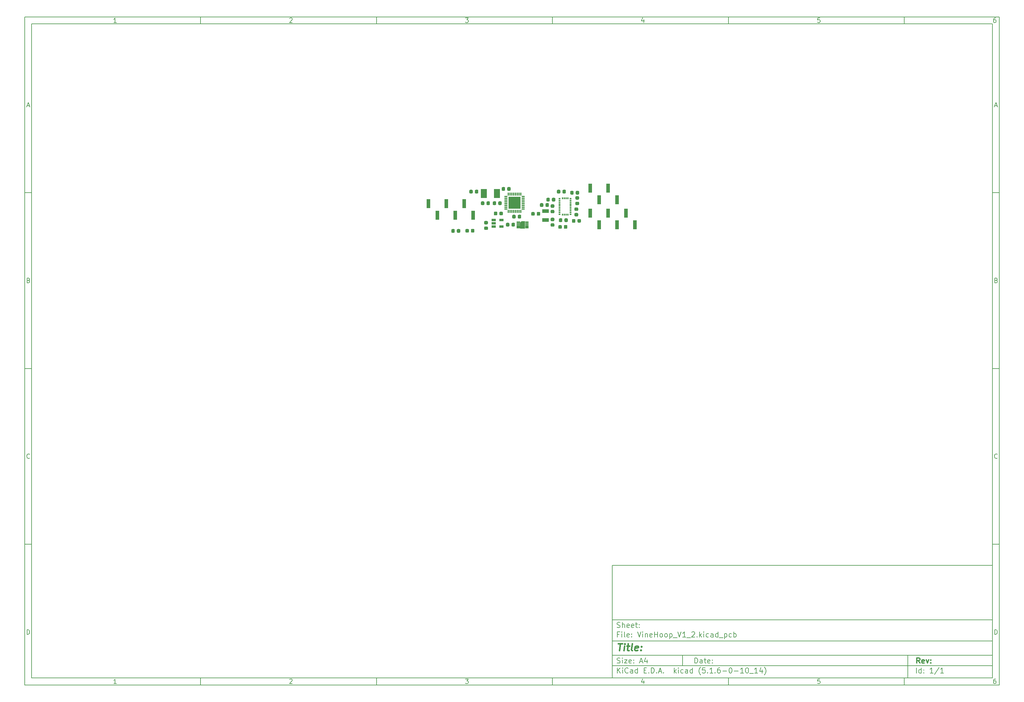
<source format=gts>
G04 #@! TF.GenerationSoftware,KiCad,Pcbnew,(5.1.6-0-10_14)*
G04 #@! TF.CreationDate,2020-07-22T23:19:56-07:00*
G04 #@! TF.ProjectId,VineHoop_V1_2,56696e65-486f-46f7-905f-56315f322e6b,rev?*
G04 #@! TF.SameCoordinates,Original*
G04 #@! TF.FileFunction,Soldermask,Top*
G04 #@! TF.FilePolarity,Negative*
%FSLAX46Y46*%
G04 Gerber Fmt 4.6, Leading zero omitted, Abs format (unit mm)*
G04 Created by KiCad (PCBNEW (5.1.6-0-10_14)) date 2020-07-22 23:19:56*
%MOMM*%
%LPD*%
G01*
G04 APERTURE LIST*
%ADD10C,0.100000*%
%ADD11C,0.150000*%
%ADD12C,0.300000*%
%ADD13C,0.400000*%
%ADD14C,0.010000*%
%ADD15C,0.001000*%
%ADD16R,1.101600X2.611600*%
%ADD17R,0.626600X0.401600*%
%ADD18R,0.401600X0.526600*%
%ADD19R,3.352800X3.352800*%
%ADD20R,0.914400X0.406400*%
%ADD21R,0.406400X0.914400*%
%ADD22R,1.161600X0.751600*%
%ADD23R,1.901600X1.101600*%
%ADD24R,1.801600X2.501600*%
%ADD25R,0.301600X1.101600*%
G04 APERTURE END LIST*
D10*
D11*
X177002200Y-166007200D02*
X177002200Y-198007200D01*
X285002200Y-198007200D01*
X285002200Y-166007200D01*
X177002200Y-166007200D01*
D10*
D11*
X10000000Y-10000000D02*
X10000000Y-200007200D01*
X287002200Y-200007200D01*
X287002200Y-10000000D01*
X10000000Y-10000000D01*
D10*
D11*
X12000000Y-12000000D02*
X12000000Y-198007200D01*
X285002200Y-198007200D01*
X285002200Y-12000000D01*
X12000000Y-12000000D01*
D10*
D11*
X60000000Y-12000000D02*
X60000000Y-10000000D01*
D10*
D11*
X110000000Y-12000000D02*
X110000000Y-10000000D01*
D10*
D11*
X160000000Y-12000000D02*
X160000000Y-10000000D01*
D10*
D11*
X210000000Y-12000000D02*
X210000000Y-10000000D01*
D10*
D11*
X260000000Y-12000000D02*
X260000000Y-10000000D01*
D10*
D11*
X36065476Y-11588095D02*
X35322619Y-11588095D01*
X35694047Y-11588095D02*
X35694047Y-10288095D01*
X35570238Y-10473809D01*
X35446428Y-10597619D01*
X35322619Y-10659523D01*
D10*
D11*
X85322619Y-10411904D02*
X85384523Y-10350000D01*
X85508333Y-10288095D01*
X85817857Y-10288095D01*
X85941666Y-10350000D01*
X86003571Y-10411904D01*
X86065476Y-10535714D01*
X86065476Y-10659523D01*
X86003571Y-10845238D01*
X85260714Y-11588095D01*
X86065476Y-11588095D01*
D10*
D11*
X135260714Y-10288095D02*
X136065476Y-10288095D01*
X135632142Y-10783333D01*
X135817857Y-10783333D01*
X135941666Y-10845238D01*
X136003571Y-10907142D01*
X136065476Y-11030952D01*
X136065476Y-11340476D01*
X136003571Y-11464285D01*
X135941666Y-11526190D01*
X135817857Y-11588095D01*
X135446428Y-11588095D01*
X135322619Y-11526190D01*
X135260714Y-11464285D01*
D10*
D11*
X185941666Y-10721428D02*
X185941666Y-11588095D01*
X185632142Y-10226190D02*
X185322619Y-11154761D01*
X186127380Y-11154761D01*
D10*
D11*
X236003571Y-10288095D02*
X235384523Y-10288095D01*
X235322619Y-10907142D01*
X235384523Y-10845238D01*
X235508333Y-10783333D01*
X235817857Y-10783333D01*
X235941666Y-10845238D01*
X236003571Y-10907142D01*
X236065476Y-11030952D01*
X236065476Y-11340476D01*
X236003571Y-11464285D01*
X235941666Y-11526190D01*
X235817857Y-11588095D01*
X235508333Y-11588095D01*
X235384523Y-11526190D01*
X235322619Y-11464285D01*
D10*
D11*
X285941666Y-10288095D02*
X285694047Y-10288095D01*
X285570238Y-10350000D01*
X285508333Y-10411904D01*
X285384523Y-10597619D01*
X285322619Y-10845238D01*
X285322619Y-11340476D01*
X285384523Y-11464285D01*
X285446428Y-11526190D01*
X285570238Y-11588095D01*
X285817857Y-11588095D01*
X285941666Y-11526190D01*
X286003571Y-11464285D01*
X286065476Y-11340476D01*
X286065476Y-11030952D01*
X286003571Y-10907142D01*
X285941666Y-10845238D01*
X285817857Y-10783333D01*
X285570238Y-10783333D01*
X285446428Y-10845238D01*
X285384523Y-10907142D01*
X285322619Y-11030952D01*
D10*
D11*
X60000000Y-198007200D02*
X60000000Y-200007200D01*
D10*
D11*
X110000000Y-198007200D02*
X110000000Y-200007200D01*
D10*
D11*
X160000000Y-198007200D02*
X160000000Y-200007200D01*
D10*
D11*
X210000000Y-198007200D02*
X210000000Y-200007200D01*
D10*
D11*
X260000000Y-198007200D02*
X260000000Y-200007200D01*
D10*
D11*
X36065476Y-199595295D02*
X35322619Y-199595295D01*
X35694047Y-199595295D02*
X35694047Y-198295295D01*
X35570238Y-198481009D01*
X35446428Y-198604819D01*
X35322619Y-198666723D01*
D10*
D11*
X85322619Y-198419104D02*
X85384523Y-198357200D01*
X85508333Y-198295295D01*
X85817857Y-198295295D01*
X85941666Y-198357200D01*
X86003571Y-198419104D01*
X86065476Y-198542914D01*
X86065476Y-198666723D01*
X86003571Y-198852438D01*
X85260714Y-199595295D01*
X86065476Y-199595295D01*
D10*
D11*
X135260714Y-198295295D02*
X136065476Y-198295295D01*
X135632142Y-198790533D01*
X135817857Y-198790533D01*
X135941666Y-198852438D01*
X136003571Y-198914342D01*
X136065476Y-199038152D01*
X136065476Y-199347676D01*
X136003571Y-199471485D01*
X135941666Y-199533390D01*
X135817857Y-199595295D01*
X135446428Y-199595295D01*
X135322619Y-199533390D01*
X135260714Y-199471485D01*
D10*
D11*
X185941666Y-198728628D02*
X185941666Y-199595295D01*
X185632142Y-198233390D02*
X185322619Y-199161961D01*
X186127380Y-199161961D01*
D10*
D11*
X236003571Y-198295295D02*
X235384523Y-198295295D01*
X235322619Y-198914342D01*
X235384523Y-198852438D01*
X235508333Y-198790533D01*
X235817857Y-198790533D01*
X235941666Y-198852438D01*
X236003571Y-198914342D01*
X236065476Y-199038152D01*
X236065476Y-199347676D01*
X236003571Y-199471485D01*
X235941666Y-199533390D01*
X235817857Y-199595295D01*
X235508333Y-199595295D01*
X235384523Y-199533390D01*
X235322619Y-199471485D01*
D10*
D11*
X285941666Y-198295295D02*
X285694047Y-198295295D01*
X285570238Y-198357200D01*
X285508333Y-198419104D01*
X285384523Y-198604819D01*
X285322619Y-198852438D01*
X285322619Y-199347676D01*
X285384523Y-199471485D01*
X285446428Y-199533390D01*
X285570238Y-199595295D01*
X285817857Y-199595295D01*
X285941666Y-199533390D01*
X286003571Y-199471485D01*
X286065476Y-199347676D01*
X286065476Y-199038152D01*
X286003571Y-198914342D01*
X285941666Y-198852438D01*
X285817857Y-198790533D01*
X285570238Y-198790533D01*
X285446428Y-198852438D01*
X285384523Y-198914342D01*
X285322619Y-199038152D01*
D10*
D11*
X10000000Y-60000000D02*
X12000000Y-60000000D01*
D10*
D11*
X10000000Y-110000000D02*
X12000000Y-110000000D01*
D10*
D11*
X10000000Y-160000000D02*
X12000000Y-160000000D01*
D10*
D11*
X10690476Y-35216666D02*
X11309523Y-35216666D01*
X10566666Y-35588095D02*
X11000000Y-34288095D01*
X11433333Y-35588095D01*
D10*
D11*
X11092857Y-84907142D02*
X11278571Y-84969047D01*
X11340476Y-85030952D01*
X11402380Y-85154761D01*
X11402380Y-85340476D01*
X11340476Y-85464285D01*
X11278571Y-85526190D01*
X11154761Y-85588095D01*
X10659523Y-85588095D01*
X10659523Y-84288095D01*
X11092857Y-84288095D01*
X11216666Y-84350000D01*
X11278571Y-84411904D01*
X11340476Y-84535714D01*
X11340476Y-84659523D01*
X11278571Y-84783333D01*
X11216666Y-84845238D01*
X11092857Y-84907142D01*
X10659523Y-84907142D01*
D10*
D11*
X11402380Y-135464285D02*
X11340476Y-135526190D01*
X11154761Y-135588095D01*
X11030952Y-135588095D01*
X10845238Y-135526190D01*
X10721428Y-135402380D01*
X10659523Y-135278571D01*
X10597619Y-135030952D01*
X10597619Y-134845238D01*
X10659523Y-134597619D01*
X10721428Y-134473809D01*
X10845238Y-134350000D01*
X11030952Y-134288095D01*
X11154761Y-134288095D01*
X11340476Y-134350000D01*
X11402380Y-134411904D01*
D10*
D11*
X10659523Y-185588095D02*
X10659523Y-184288095D01*
X10969047Y-184288095D01*
X11154761Y-184350000D01*
X11278571Y-184473809D01*
X11340476Y-184597619D01*
X11402380Y-184845238D01*
X11402380Y-185030952D01*
X11340476Y-185278571D01*
X11278571Y-185402380D01*
X11154761Y-185526190D01*
X10969047Y-185588095D01*
X10659523Y-185588095D01*
D10*
D11*
X287002200Y-60000000D02*
X285002200Y-60000000D01*
D10*
D11*
X287002200Y-110000000D02*
X285002200Y-110000000D01*
D10*
D11*
X287002200Y-160000000D02*
X285002200Y-160000000D01*
D10*
D11*
X285692676Y-35216666D02*
X286311723Y-35216666D01*
X285568866Y-35588095D02*
X286002200Y-34288095D01*
X286435533Y-35588095D01*
D10*
D11*
X286095057Y-84907142D02*
X286280771Y-84969047D01*
X286342676Y-85030952D01*
X286404580Y-85154761D01*
X286404580Y-85340476D01*
X286342676Y-85464285D01*
X286280771Y-85526190D01*
X286156961Y-85588095D01*
X285661723Y-85588095D01*
X285661723Y-84288095D01*
X286095057Y-84288095D01*
X286218866Y-84350000D01*
X286280771Y-84411904D01*
X286342676Y-84535714D01*
X286342676Y-84659523D01*
X286280771Y-84783333D01*
X286218866Y-84845238D01*
X286095057Y-84907142D01*
X285661723Y-84907142D01*
D10*
D11*
X286404580Y-135464285D02*
X286342676Y-135526190D01*
X286156961Y-135588095D01*
X286033152Y-135588095D01*
X285847438Y-135526190D01*
X285723628Y-135402380D01*
X285661723Y-135278571D01*
X285599819Y-135030952D01*
X285599819Y-134845238D01*
X285661723Y-134597619D01*
X285723628Y-134473809D01*
X285847438Y-134350000D01*
X286033152Y-134288095D01*
X286156961Y-134288095D01*
X286342676Y-134350000D01*
X286404580Y-134411904D01*
D10*
D11*
X285661723Y-185588095D02*
X285661723Y-184288095D01*
X285971247Y-184288095D01*
X286156961Y-184350000D01*
X286280771Y-184473809D01*
X286342676Y-184597619D01*
X286404580Y-184845238D01*
X286404580Y-185030952D01*
X286342676Y-185278571D01*
X286280771Y-185402380D01*
X286156961Y-185526190D01*
X285971247Y-185588095D01*
X285661723Y-185588095D01*
D10*
D11*
X200434342Y-193785771D02*
X200434342Y-192285771D01*
X200791485Y-192285771D01*
X201005771Y-192357200D01*
X201148628Y-192500057D01*
X201220057Y-192642914D01*
X201291485Y-192928628D01*
X201291485Y-193142914D01*
X201220057Y-193428628D01*
X201148628Y-193571485D01*
X201005771Y-193714342D01*
X200791485Y-193785771D01*
X200434342Y-193785771D01*
X202577200Y-193785771D02*
X202577200Y-193000057D01*
X202505771Y-192857200D01*
X202362914Y-192785771D01*
X202077200Y-192785771D01*
X201934342Y-192857200D01*
X202577200Y-193714342D02*
X202434342Y-193785771D01*
X202077200Y-193785771D01*
X201934342Y-193714342D01*
X201862914Y-193571485D01*
X201862914Y-193428628D01*
X201934342Y-193285771D01*
X202077200Y-193214342D01*
X202434342Y-193214342D01*
X202577200Y-193142914D01*
X203077200Y-192785771D02*
X203648628Y-192785771D01*
X203291485Y-192285771D02*
X203291485Y-193571485D01*
X203362914Y-193714342D01*
X203505771Y-193785771D01*
X203648628Y-193785771D01*
X204720057Y-193714342D02*
X204577200Y-193785771D01*
X204291485Y-193785771D01*
X204148628Y-193714342D01*
X204077200Y-193571485D01*
X204077200Y-193000057D01*
X204148628Y-192857200D01*
X204291485Y-192785771D01*
X204577200Y-192785771D01*
X204720057Y-192857200D01*
X204791485Y-193000057D01*
X204791485Y-193142914D01*
X204077200Y-193285771D01*
X205434342Y-193642914D02*
X205505771Y-193714342D01*
X205434342Y-193785771D01*
X205362914Y-193714342D01*
X205434342Y-193642914D01*
X205434342Y-193785771D01*
X205434342Y-192857200D02*
X205505771Y-192928628D01*
X205434342Y-193000057D01*
X205362914Y-192928628D01*
X205434342Y-192857200D01*
X205434342Y-193000057D01*
D10*
D11*
X177002200Y-194507200D02*
X285002200Y-194507200D01*
D10*
D11*
X178434342Y-196585771D02*
X178434342Y-195085771D01*
X179291485Y-196585771D02*
X178648628Y-195728628D01*
X179291485Y-195085771D02*
X178434342Y-195942914D01*
X179934342Y-196585771D02*
X179934342Y-195585771D01*
X179934342Y-195085771D02*
X179862914Y-195157200D01*
X179934342Y-195228628D01*
X180005771Y-195157200D01*
X179934342Y-195085771D01*
X179934342Y-195228628D01*
X181505771Y-196442914D02*
X181434342Y-196514342D01*
X181220057Y-196585771D01*
X181077200Y-196585771D01*
X180862914Y-196514342D01*
X180720057Y-196371485D01*
X180648628Y-196228628D01*
X180577200Y-195942914D01*
X180577200Y-195728628D01*
X180648628Y-195442914D01*
X180720057Y-195300057D01*
X180862914Y-195157200D01*
X181077200Y-195085771D01*
X181220057Y-195085771D01*
X181434342Y-195157200D01*
X181505771Y-195228628D01*
X182791485Y-196585771D02*
X182791485Y-195800057D01*
X182720057Y-195657200D01*
X182577200Y-195585771D01*
X182291485Y-195585771D01*
X182148628Y-195657200D01*
X182791485Y-196514342D02*
X182648628Y-196585771D01*
X182291485Y-196585771D01*
X182148628Y-196514342D01*
X182077200Y-196371485D01*
X182077200Y-196228628D01*
X182148628Y-196085771D01*
X182291485Y-196014342D01*
X182648628Y-196014342D01*
X182791485Y-195942914D01*
X184148628Y-196585771D02*
X184148628Y-195085771D01*
X184148628Y-196514342D02*
X184005771Y-196585771D01*
X183720057Y-196585771D01*
X183577200Y-196514342D01*
X183505771Y-196442914D01*
X183434342Y-196300057D01*
X183434342Y-195871485D01*
X183505771Y-195728628D01*
X183577200Y-195657200D01*
X183720057Y-195585771D01*
X184005771Y-195585771D01*
X184148628Y-195657200D01*
X186005771Y-195800057D02*
X186505771Y-195800057D01*
X186720057Y-196585771D02*
X186005771Y-196585771D01*
X186005771Y-195085771D01*
X186720057Y-195085771D01*
X187362914Y-196442914D02*
X187434342Y-196514342D01*
X187362914Y-196585771D01*
X187291485Y-196514342D01*
X187362914Y-196442914D01*
X187362914Y-196585771D01*
X188077200Y-196585771D02*
X188077200Y-195085771D01*
X188434342Y-195085771D01*
X188648628Y-195157200D01*
X188791485Y-195300057D01*
X188862914Y-195442914D01*
X188934342Y-195728628D01*
X188934342Y-195942914D01*
X188862914Y-196228628D01*
X188791485Y-196371485D01*
X188648628Y-196514342D01*
X188434342Y-196585771D01*
X188077200Y-196585771D01*
X189577200Y-196442914D02*
X189648628Y-196514342D01*
X189577200Y-196585771D01*
X189505771Y-196514342D01*
X189577200Y-196442914D01*
X189577200Y-196585771D01*
X190220057Y-196157200D02*
X190934342Y-196157200D01*
X190077200Y-196585771D02*
X190577200Y-195085771D01*
X191077200Y-196585771D01*
X191577200Y-196442914D02*
X191648628Y-196514342D01*
X191577200Y-196585771D01*
X191505771Y-196514342D01*
X191577200Y-196442914D01*
X191577200Y-196585771D01*
X194577200Y-196585771D02*
X194577200Y-195085771D01*
X194720057Y-196014342D02*
X195148628Y-196585771D01*
X195148628Y-195585771D02*
X194577200Y-196157200D01*
X195791485Y-196585771D02*
X195791485Y-195585771D01*
X195791485Y-195085771D02*
X195720057Y-195157200D01*
X195791485Y-195228628D01*
X195862914Y-195157200D01*
X195791485Y-195085771D01*
X195791485Y-195228628D01*
X197148628Y-196514342D02*
X197005771Y-196585771D01*
X196720057Y-196585771D01*
X196577200Y-196514342D01*
X196505771Y-196442914D01*
X196434342Y-196300057D01*
X196434342Y-195871485D01*
X196505771Y-195728628D01*
X196577200Y-195657200D01*
X196720057Y-195585771D01*
X197005771Y-195585771D01*
X197148628Y-195657200D01*
X198434342Y-196585771D02*
X198434342Y-195800057D01*
X198362914Y-195657200D01*
X198220057Y-195585771D01*
X197934342Y-195585771D01*
X197791485Y-195657200D01*
X198434342Y-196514342D02*
X198291485Y-196585771D01*
X197934342Y-196585771D01*
X197791485Y-196514342D01*
X197720057Y-196371485D01*
X197720057Y-196228628D01*
X197791485Y-196085771D01*
X197934342Y-196014342D01*
X198291485Y-196014342D01*
X198434342Y-195942914D01*
X199791485Y-196585771D02*
X199791485Y-195085771D01*
X199791485Y-196514342D02*
X199648628Y-196585771D01*
X199362914Y-196585771D01*
X199220057Y-196514342D01*
X199148628Y-196442914D01*
X199077200Y-196300057D01*
X199077200Y-195871485D01*
X199148628Y-195728628D01*
X199220057Y-195657200D01*
X199362914Y-195585771D01*
X199648628Y-195585771D01*
X199791485Y-195657200D01*
X202077200Y-197157200D02*
X202005771Y-197085771D01*
X201862914Y-196871485D01*
X201791485Y-196728628D01*
X201720057Y-196514342D01*
X201648628Y-196157200D01*
X201648628Y-195871485D01*
X201720057Y-195514342D01*
X201791485Y-195300057D01*
X201862914Y-195157200D01*
X202005771Y-194942914D01*
X202077200Y-194871485D01*
X203362914Y-195085771D02*
X202648628Y-195085771D01*
X202577200Y-195800057D01*
X202648628Y-195728628D01*
X202791485Y-195657200D01*
X203148628Y-195657200D01*
X203291485Y-195728628D01*
X203362914Y-195800057D01*
X203434342Y-195942914D01*
X203434342Y-196300057D01*
X203362914Y-196442914D01*
X203291485Y-196514342D01*
X203148628Y-196585771D01*
X202791485Y-196585771D01*
X202648628Y-196514342D01*
X202577200Y-196442914D01*
X204077200Y-196442914D02*
X204148628Y-196514342D01*
X204077200Y-196585771D01*
X204005771Y-196514342D01*
X204077200Y-196442914D01*
X204077200Y-196585771D01*
X205577200Y-196585771D02*
X204720057Y-196585771D01*
X205148628Y-196585771D02*
X205148628Y-195085771D01*
X205005771Y-195300057D01*
X204862914Y-195442914D01*
X204720057Y-195514342D01*
X206220057Y-196442914D02*
X206291485Y-196514342D01*
X206220057Y-196585771D01*
X206148628Y-196514342D01*
X206220057Y-196442914D01*
X206220057Y-196585771D01*
X207577200Y-195085771D02*
X207291485Y-195085771D01*
X207148628Y-195157200D01*
X207077200Y-195228628D01*
X206934342Y-195442914D01*
X206862914Y-195728628D01*
X206862914Y-196300057D01*
X206934342Y-196442914D01*
X207005771Y-196514342D01*
X207148628Y-196585771D01*
X207434342Y-196585771D01*
X207577200Y-196514342D01*
X207648628Y-196442914D01*
X207720057Y-196300057D01*
X207720057Y-195942914D01*
X207648628Y-195800057D01*
X207577200Y-195728628D01*
X207434342Y-195657200D01*
X207148628Y-195657200D01*
X207005771Y-195728628D01*
X206934342Y-195800057D01*
X206862914Y-195942914D01*
X208362914Y-196014342D02*
X209505771Y-196014342D01*
X210505771Y-195085771D02*
X210648628Y-195085771D01*
X210791485Y-195157200D01*
X210862914Y-195228628D01*
X210934342Y-195371485D01*
X211005771Y-195657200D01*
X211005771Y-196014342D01*
X210934342Y-196300057D01*
X210862914Y-196442914D01*
X210791485Y-196514342D01*
X210648628Y-196585771D01*
X210505771Y-196585771D01*
X210362914Y-196514342D01*
X210291485Y-196442914D01*
X210220057Y-196300057D01*
X210148628Y-196014342D01*
X210148628Y-195657200D01*
X210220057Y-195371485D01*
X210291485Y-195228628D01*
X210362914Y-195157200D01*
X210505771Y-195085771D01*
X211648628Y-196014342D02*
X212791485Y-196014342D01*
X214291485Y-196585771D02*
X213434342Y-196585771D01*
X213862914Y-196585771D02*
X213862914Y-195085771D01*
X213720057Y-195300057D01*
X213577200Y-195442914D01*
X213434342Y-195514342D01*
X215220057Y-195085771D02*
X215362914Y-195085771D01*
X215505771Y-195157200D01*
X215577200Y-195228628D01*
X215648628Y-195371485D01*
X215720057Y-195657200D01*
X215720057Y-196014342D01*
X215648628Y-196300057D01*
X215577200Y-196442914D01*
X215505771Y-196514342D01*
X215362914Y-196585771D01*
X215220057Y-196585771D01*
X215077200Y-196514342D01*
X215005771Y-196442914D01*
X214934342Y-196300057D01*
X214862914Y-196014342D01*
X214862914Y-195657200D01*
X214934342Y-195371485D01*
X215005771Y-195228628D01*
X215077200Y-195157200D01*
X215220057Y-195085771D01*
X216005771Y-196728628D02*
X217148628Y-196728628D01*
X218291485Y-196585771D02*
X217434342Y-196585771D01*
X217862914Y-196585771D02*
X217862914Y-195085771D01*
X217720057Y-195300057D01*
X217577200Y-195442914D01*
X217434342Y-195514342D01*
X219577200Y-195585771D02*
X219577200Y-196585771D01*
X219220057Y-195014342D02*
X218862914Y-196085771D01*
X219791485Y-196085771D01*
X220220057Y-197157200D02*
X220291485Y-197085771D01*
X220434342Y-196871485D01*
X220505771Y-196728628D01*
X220577200Y-196514342D01*
X220648628Y-196157200D01*
X220648628Y-195871485D01*
X220577200Y-195514342D01*
X220505771Y-195300057D01*
X220434342Y-195157200D01*
X220291485Y-194942914D01*
X220220057Y-194871485D01*
D10*
D11*
X177002200Y-191507200D02*
X285002200Y-191507200D01*
D10*
D12*
X264411485Y-193785771D02*
X263911485Y-193071485D01*
X263554342Y-193785771D02*
X263554342Y-192285771D01*
X264125771Y-192285771D01*
X264268628Y-192357200D01*
X264340057Y-192428628D01*
X264411485Y-192571485D01*
X264411485Y-192785771D01*
X264340057Y-192928628D01*
X264268628Y-193000057D01*
X264125771Y-193071485D01*
X263554342Y-193071485D01*
X265625771Y-193714342D02*
X265482914Y-193785771D01*
X265197200Y-193785771D01*
X265054342Y-193714342D01*
X264982914Y-193571485D01*
X264982914Y-193000057D01*
X265054342Y-192857200D01*
X265197200Y-192785771D01*
X265482914Y-192785771D01*
X265625771Y-192857200D01*
X265697200Y-193000057D01*
X265697200Y-193142914D01*
X264982914Y-193285771D01*
X266197200Y-192785771D02*
X266554342Y-193785771D01*
X266911485Y-192785771D01*
X267482914Y-193642914D02*
X267554342Y-193714342D01*
X267482914Y-193785771D01*
X267411485Y-193714342D01*
X267482914Y-193642914D01*
X267482914Y-193785771D01*
X267482914Y-192857200D02*
X267554342Y-192928628D01*
X267482914Y-193000057D01*
X267411485Y-192928628D01*
X267482914Y-192857200D01*
X267482914Y-193000057D01*
D10*
D11*
X178362914Y-193714342D02*
X178577200Y-193785771D01*
X178934342Y-193785771D01*
X179077200Y-193714342D01*
X179148628Y-193642914D01*
X179220057Y-193500057D01*
X179220057Y-193357200D01*
X179148628Y-193214342D01*
X179077200Y-193142914D01*
X178934342Y-193071485D01*
X178648628Y-193000057D01*
X178505771Y-192928628D01*
X178434342Y-192857200D01*
X178362914Y-192714342D01*
X178362914Y-192571485D01*
X178434342Y-192428628D01*
X178505771Y-192357200D01*
X178648628Y-192285771D01*
X179005771Y-192285771D01*
X179220057Y-192357200D01*
X179862914Y-193785771D02*
X179862914Y-192785771D01*
X179862914Y-192285771D02*
X179791485Y-192357200D01*
X179862914Y-192428628D01*
X179934342Y-192357200D01*
X179862914Y-192285771D01*
X179862914Y-192428628D01*
X180434342Y-192785771D02*
X181220057Y-192785771D01*
X180434342Y-193785771D01*
X181220057Y-193785771D01*
X182362914Y-193714342D02*
X182220057Y-193785771D01*
X181934342Y-193785771D01*
X181791485Y-193714342D01*
X181720057Y-193571485D01*
X181720057Y-193000057D01*
X181791485Y-192857200D01*
X181934342Y-192785771D01*
X182220057Y-192785771D01*
X182362914Y-192857200D01*
X182434342Y-193000057D01*
X182434342Y-193142914D01*
X181720057Y-193285771D01*
X183077200Y-193642914D02*
X183148628Y-193714342D01*
X183077200Y-193785771D01*
X183005771Y-193714342D01*
X183077200Y-193642914D01*
X183077200Y-193785771D01*
X183077200Y-192857200D02*
X183148628Y-192928628D01*
X183077200Y-193000057D01*
X183005771Y-192928628D01*
X183077200Y-192857200D01*
X183077200Y-193000057D01*
X184862914Y-193357200D02*
X185577200Y-193357200D01*
X184720057Y-193785771D02*
X185220057Y-192285771D01*
X185720057Y-193785771D01*
X186862914Y-192785771D02*
X186862914Y-193785771D01*
X186505771Y-192214342D02*
X186148628Y-193285771D01*
X187077200Y-193285771D01*
D10*
D11*
X263434342Y-196585771D02*
X263434342Y-195085771D01*
X264791485Y-196585771D02*
X264791485Y-195085771D01*
X264791485Y-196514342D02*
X264648628Y-196585771D01*
X264362914Y-196585771D01*
X264220057Y-196514342D01*
X264148628Y-196442914D01*
X264077200Y-196300057D01*
X264077200Y-195871485D01*
X264148628Y-195728628D01*
X264220057Y-195657200D01*
X264362914Y-195585771D01*
X264648628Y-195585771D01*
X264791485Y-195657200D01*
X265505771Y-196442914D02*
X265577200Y-196514342D01*
X265505771Y-196585771D01*
X265434342Y-196514342D01*
X265505771Y-196442914D01*
X265505771Y-196585771D01*
X265505771Y-195657200D02*
X265577200Y-195728628D01*
X265505771Y-195800057D01*
X265434342Y-195728628D01*
X265505771Y-195657200D01*
X265505771Y-195800057D01*
X268148628Y-196585771D02*
X267291485Y-196585771D01*
X267720057Y-196585771D02*
X267720057Y-195085771D01*
X267577200Y-195300057D01*
X267434342Y-195442914D01*
X267291485Y-195514342D01*
X269862914Y-195014342D02*
X268577200Y-196942914D01*
X271148628Y-196585771D02*
X270291485Y-196585771D01*
X270720057Y-196585771D02*
X270720057Y-195085771D01*
X270577200Y-195300057D01*
X270434342Y-195442914D01*
X270291485Y-195514342D01*
D10*
D11*
X177002200Y-187507200D02*
X285002200Y-187507200D01*
D10*
D13*
X178714580Y-188211961D02*
X179857438Y-188211961D01*
X179036009Y-190211961D02*
X179286009Y-188211961D01*
X180274104Y-190211961D02*
X180440771Y-188878628D01*
X180524104Y-188211961D02*
X180416961Y-188307200D01*
X180500295Y-188402438D01*
X180607438Y-188307200D01*
X180524104Y-188211961D01*
X180500295Y-188402438D01*
X181107438Y-188878628D02*
X181869342Y-188878628D01*
X181476485Y-188211961D02*
X181262200Y-189926247D01*
X181333628Y-190116723D01*
X181512200Y-190211961D01*
X181702676Y-190211961D01*
X182655057Y-190211961D02*
X182476485Y-190116723D01*
X182405057Y-189926247D01*
X182619342Y-188211961D01*
X184190771Y-190116723D02*
X183988390Y-190211961D01*
X183607438Y-190211961D01*
X183428866Y-190116723D01*
X183357438Y-189926247D01*
X183452676Y-189164342D01*
X183571723Y-188973866D01*
X183774104Y-188878628D01*
X184155057Y-188878628D01*
X184333628Y-188973866D01*
X184405057Y-189164342D01*
X184381247Y-189354819D01*
X183405057Y-189545295D01*
X185155057Y-190021485D02*
X185238390Y-190116723D01*
X185131247Y-190211961D01*
X185047914Y-190116723D01*
X185155057Y-190021485D01*
X185131247Y-190211961D01*
X185286009Y-188973866D02*
X185369342Y-189069104D01*
X185262200Y-189164342D01*
X185178866Y-189069104D01*
X185286009Y-188973866D01*
X185262200Y-189164342D01*
D10*
D11*
X178934342Y-185600057D02*
X178434342Y-185600057D01*
X178434342Y-186385771D02*
X178434342Y-184885771D01*
X179148628Y-184885771D01*
X179720057Y-186385771D02*
X179720057Y-185385771D01*
X179720057Y-184885771D02*
X179648628Y-184957200D01*
X179720057Y-185028628D01*
X179791485Y-184957200D01*
X179720057Y-184885771D01*
X179720057Y-185028628D01*
X180648628Y-186385771D02*
X180505771Y-186314342D01*
X180434342Y-186171485D01*
X180434342Y-184885771D01*
X181791485Y-186314342D02*
X181648628Y-186385771D01*
X181362914Y-186385771D01*
X181220057Y-186314342D01*
X181148628Y-186171485D01*
X181148628Y-185600057D01*
X181220057Y-185457200D01*
X181362914Y-185385771D01*
X181648628Y-185385771D01*
X181791485Y-185457200D01*
X181862914Y-185600057D01*
X181862914Y-185742914D01*
X181148628Y-185885771D01*
X182505771Y-186242914D02*
X182577200Y-186314342D01*
X182505771Y-186385771D01*
X182434342Y-186314342D01*
X182505771Y-186242914D01*
X182505771Y-186385771D01*
X182505771Y-185457200D02*
X182577200Y-185528628D01*
X182505771Y-185600057D01*
X182434342Y-185528628D01*
X182505771Y-185457200D01*
X182505771Y-185600057D01*
X184148628Y-184885771D02*
X184648628Y-186385771D01*
X185148628Y-184885771D01*
X185648628Y-186385771D02*
X185648628Y-185385771D01*
X185648628Y-184885771D02*
X185577200Y-184957200D01*
X185648628Y-185028628D01*
X185720057Y-184957200D01*
X185648628Y-184885771D01*
X185648628Y-185028628D01*
X186362914Y-185385771D02*
X186362914Y-186385771D01*
X186362914Y-185528628D02*
X186434342Y-185457200D01*
X186577200Y-185385771D01*
X186791485Y-185385771D01*
X186934342Y-185457200D01*
X187005771Y-185600057D01*
X187005771Y-186385771D01*
X188291485Y-186314342D02*
X188148628Y-186385771D01*
X187862914Y-186385771D01*
X187720057Y-186314342D01*
X187648628Y-186171485D01*
X187648628Y-185600057D01*
X187720057Y-185457200D01*
X187862914Y-185385771D01*
X188148628Y-185385771D01*
X188291485Y-185457200D01*
X188362914Y-185600057D01*
X188362914Y-185742914D01*
X187648628Y-185885771D01*
X189005771Y-186385771D02*
X189005771Y-184885771D01*
X189005771Y-185600057D02*
X189862914Y-185600057D01*
X189862914Y-186385771D02*
X189862914Y-184885771D01*
X190791485Y-186385771D02*
X190648628Y-186314342D01*
X190577200Y-186242914D01*
X190505771Y-186100057D01*
X190505771Y-185671485D01*
X190577200Y-185528628D01*
X190648628Y-185457200D01*
X190791485Y-185385771D01*
X191005771Y-185385771D01*
X191148628Y-185457200D01*
X191220057Y-185528628D01*
X191291485Y-185671485D01*
X191291485Y-186100057D01*
X191220057Y-186242914D01*
X191148628Y-186314342D01*
X191005771Y-186385771D01*
X190791485Y-186385771D01*
X192148628Y-186385771D02*
X192005771Y-186314342D01*
X191934342Y-186242914D01*
X191862914Y-186100057D01*
X191862914Y-185671485D01*
X191934342Y-185528628D01*
X192005771Y-185457200D01*
X192148628Y-185385771D01*
X192362914Y-185385771D01*
X192505771Y-185457200D01*
X192577200Y-185528628D01*
X192648628Y-185671485D01*
X192648628Y-186100057D01*
X192577200Y-186242914D01*
X192505771Y-186314342D01*
X192362914Y-186385771D01*
X192148628Y-186385771D01*
X193291485Y-185385771D02*
X193291485Y-186885771D01*
X193291485Y-185457200D02*
X193434342Y-185385771D01*
X193720057Y-185385771D01*
X193862914Y-185457200D01*
X193934342Y-185528628D01*
X194005771Y-185671485D01*
X194005771Y-186100057D01*
X193934342Y-186242914D01*
X193862914Y-186314342D01*
X193720057Y-186385771D01*
X193434342Y-186385771D01*
X193291485Y-186314342D01*
X194291485Y-186528628D02*
X195434342Y-186528628D01*
X195577200Y-184885771D02*
X196077200Y-186385771D01*
X196577200Y-184885771D01*
X197862914Y-186385771D02*
X197005771Y-186385771D01*
X197434342Y-186385771D02*
X197434342Y-184885771D01*
X197291485Y-185100057D01*
X197148628Y-185242914D01*
X197005771Y-185314342D01*
X198148628Y-186528628D02*
X199291485Y-186528628D01*
X199577200Y-185028628D02*
X199648628Y-184957200D01*
X199791485Y-184885771D01*
X200148628Y-184885771D01*
X200291485Y-184957200D01*
X200362914Y-185028628D01*
X200434342Y-185171485D01*
X200434342Y-185314342D01*
X200362914Y-185528628D01*
X199505771Y-186385771D01*
X200434342Y-186385771D01*
X201077200Y-186242914D02*
X201148628Y-186314342D01*
X201077200Y-186385771D01*
X201005771Y-186314342D01*
X201077200Y-186242914D01*
X201077200Y-186385771D01*
X201791485Y-186385771D02*
X201791485Y-184885771D01*
X201934342Y-185814342D02*
X202362914Y-186385771D01*
X202362914Y-185385771D02*
X201791485Y-185957200D01*
X203005771Y-186385771D02*
X203005771Y-185385771D01*
X203005771Y-184885771D02*
X202934342Y-184957200D01*
X203005771Y-185028628D01*
X203077200Y-184957200D01*
X203005771Y-184885771D01*
X203005771Y-185028628D01*
X204362914Y-186314342D02*
X204220057Y-186385771D01*
X203934342Y-186385771D01*
X203791485Y-186314342D01*
X203720057Y-186242914D01*
X203648628Y-186100057D01*
X203648628Y-185671485D01*
X203720057Y-185528628D01*
X203791485Y-185457200D01*
X203934342Y-185385771D01*
X204220057Y-185385771D01*
X204362914Y-185457200D01*
X205648628Y-186385771D02*
X205648628Y-185600057D01*
X205577200Y-185457200D01*
X205434342Y-185385771D01*
X205148628Y-185385771D01*
X205005771Y-185457200D01*
X205648628Y-186314342D02*
X205505771Y-186385771D01*
X205148628Y-186385771D01*
X205005771Y-186314342D01*
X204934342Y-186171485D01*
X204934342Y-186028628D01*
X205005771Y-185885771D01*
X205148628Y-185814342D01*
X205505771Y-185814342D01*
X205648628Y-185742914D01*
X207005771Y-186385771D02*
X207005771Y-184885771D01*
X207005771Y-186314342D02*
X206862914Y-186385771D01*
X206577200Y-186385771D01*
X206434342Y-186314342D01*
X206362914Y-186242914D01*
X206291485Y-186100057D01*
X206291485Y-185671485D01*
X206362914Y-185528628D01*
X206434342Y-185457200D01*
X206577200Y-185385771D01*
X206862914Y-185385771D01*
X207005771Y-185457200D01*
X207362914Y-186528628D02*
X208505771Y-186528628D01*
X208862914Y-185385771D02*
X208862914Y-186885771D01*
X208862914Y-185457200D02*
X209005771Y-185385771D01*
X209291485Y-185385771D01*
X209434342Y-185457200D01*
X209505771Y-185528628D01*
X209577200Y-185671485D01*
X209577200Y-186100057D01*
X209505771Y-186242914D01*
X209434342Y-186314342D01*
X209291485Y-186385771D01*
X209005771Y-186385771D01*
X208862914Y-186314342D01*
X210862914Y-186314342D02*
X210720057Y-186385771D01*
X210434342Y-186385771D01*
X210291485Y-186314342D01*
X210220057Y-186242914D01*
X210148628Y-186100057D01*
X210148628Y-185671485D01*
X210220057Y-185528628D01*
X210291485Y-185457200D01*
X210434342Y-185385771D01*
X210720057Y-185385771D01*
X210862914Y-185457200D01*
X211505771Y-186385771D02*
X211505771Y-184885771D01*
X211505771Y-185457200D02*
X211648628Y-185385771D01*
X211934342Y-185385771D01*
X212077200Y-185457200D01*
X212148628Y-185528628D01*
X212220057Y-185671485D01*
X212220057Y-186100057D01*
X212148628Y-186242914D01*
X212077200Y-186314342D01*
X211934342Y-186385771D01*
X211648628Y-186385771D01*
X211505771Y-186314342D01*
D10*
D11*
X177002200Y-181507200D02*
X285002200Y-181507200D01*
D10*
D11*
X178362914Y-183614342D02*
X178577200Y-183685771D01*
X178934342Y-183685771D01*
X179077200Y-183614342D01*
X179148628Y-183542914D01*
X179220057Y-183400057D01*
X179220057Y-183257200D01*
X179148628Y-183114342D01*
X179077200Y-183042914D01*
X178934342Y-182971485D01*
X178648628Y-182900057D01*
X178505771Y-182828628D01*
X178434342Y-182757200D01*
X178362914Y-182614342D01*
X178362914Y-182471485D01*
X178434342Y-182328628D01*
X178505771Y-182257200D01*
X178648628Y-182185771D01*
X179005771Y-182185771D01*
X179220057Y-182257200D01*
X179862914Y-183685771D02*
X179862914Y-182185771D01*
X180505771Y-183685771D02*
X180505771Y-182900057D01*
X180434342Y-182757200D01*
X180291485Y-182685771D01*
X180077200Y-182685771D01*
X179934342Y-182757200D01*
X179862914Y-182828628D01*
X181791485Y-183614342D02*
X181648628Y-183685771D01*
X181362914Y-183685771D01*
X181220057Y-183614342D01*
X181148628Y-183471485D01*
X181148628Y-182900057D01*
X181220057Y-182757200D01*
X181362914Y-182685771D01*
X181648628Y-182685771D01*
X181791485Y-182757200D01*
X181862914Y-182900057D01*
X181862914Y-183042914D01*
X181148628Y-183185771D01*
X183077200Y-183614342D02*
X182934342Y-183685771D01*
X182648628Y-183685771D01*
X182505771Y-183614342D01*
X182434342Y-183471485D01*
X182434342Y-182900057D01*
X182505771Y-182757200D01*
X182648628Y-182685771D01*
X182934342Y-182685771D01*
X183077200Y-182757200D01*
X183148628Y-182900057D01*
X183148628Y-183042914D01*
X182434342Y-183185771D01*
X183577200Y-182685771D02*
X184148628Y-182685771D01*
X183791485Y-182185771D02*
X183791485Y-183471485D01*
X183862914Y-183614342D01*
X184005771Y-183685771D01*
X184148628Y-183685771D01*
X184648628Y-183542914D02*
X184720057Y-183614342D01*
X184648628Y-183685771D01*
X184577200Y-183614342D01*
X184648628Y-183542914D01*
X184648628Y-183685771D01*
X184648628Y-182757200D02*
X184720057Y-182828628D01*
X184648628Y-182900057D01*
X184577200Y-182828628D01*
X184648628Y-182757200D01*
X184648628Y-182900057D01*
D10*
D11*
X197002200Y-191507200D02*
X197002200Y-194507200D01*
D10*
D11*
X261002200Y-191507200D02*
X261002200Y-198007200D01*
D14*
G36*
X152226826Y-69665000D02*
G01*
X153126000Y-69665000D01*
X153126000Y-70066046D01*
X152226826Y-70066046D01*
X152226826Y-69665000D01*
G37*
X152226826Y-69665000D02*
X153126000Y-69665000D01*
X153126000Y-70066046D01*
X152226826Y-70066046D01*
X152226826Y-69665000D01*
G36*
X152226746Y-69165000D02*
G01*
X153126000Y-69165000D01*
X153126000Y-69565448D01*
X152226746Y-69565448D01*
X152226746Y-69165000D01*
G37*
X152226746Y-69165000D02*
X153126000Y-69165000D01*
X153126000Y-69565448D01*
X152226746Y-69565448D01*
X152226746Y-69165000D01*
G36*
X152226849Y-68665000D02*
G01*
X153126000Y-68665000D01*
X153126000Y-69064943D01*
X152226849Y-69064943D01*
X152226849Y-68665000D01*
G37*
X152226849Y-68665000D02*
X153126000Y-68665000D01*
X153126000Y-69064943D01*
X152226849Y-69064943D01*
X152226849Y-68665000D01*
G36*
X152226198Y-68165000D02*
G01*
X153126000Y-68165000D01*
X153126000Y-68564855D01*
X152226198Y-68564855D01*
X152226198Y-68165000D01*
G37*
X152226198Y-68165000D02*
X153126000Y-68165000D01*
X153126000Y-68564855D01*
X152226198Y-68564855D01*
X152226198Y-68165000D01*
G36*
X149825490Y-69665000D02*
G01*
X150726000Y-69665000D01*
X150726000Y-70065295D01*
X149825490Y-70065295D01*
X149825490Y-69665000D01*
G37*
X149825490Y-69665000D02*
X150726000Y-69665000D01*
X150726000Y-70065295D01*
X149825490Y-70065295D01*
X149825490Y-69665000D01*
G36*
X149824100Y-69165000D02*
G01*
X150726000Y-69165000D01*
X150726000Y-69565519D01*
X149824100Y-69565519D01*
X149824100Y-69165000D01*
G37*
X149824100Y-69165000D02*
X150726000Y-69165000D01*
X150726000Y-69565519D01*
X149824100Y-69565519D01*
X149824100Y-69165000D01*
G36*
X149825330Y-68665000D02*
G01*
X150726000Y-68665000D01*
X150726000Y-69064980D01*
X149825330Y-69064980D01*
X149825330Y-68665000D01*
G37*
X149825330Y-68665000D02*
X150726000Y-68665000D01*
X150726000Y-69064980D01*
X149825330Y-69064980D01*
X149825330Y-68665000D01*
G36*
X149824660Y-68165000D02*
G01*
X150726000Y-68165000D01*
X150726000Y-68564552D01*
X149824660Y-68564552D01*
X149824660Y-68165000D01*
G37*
X149824660Y-68165000D02*
X150726000Y-68165000D01*
X150726000Y-68564552D01*
X149824660Y-68564552D01*
X149824660Y-68165000D01*
D15*
G36*
X150826000Y-68465000D02*
G01*
X151176000Y-68115000D01*
X152126000Y-68115000D01*
X152126000Y-70115000D01*
X150826000Y-70115000D01*
X150826000Y-68465000D01*
G37*
X150826000Y-68465000D02*
X151176000Y-68115000D01*
X152126000Y-68115000D01*
X152126000Y-70115000D01*
X150826000Y-70115000D01*
X150826000Y-68465000D01*
G36*
G01*
X136235300Y-70544350D02*
X136235300Y-71107650D01*
G75*
G02*
X135991150Y-71351800I-244150J0D01*
G01*
X135502850Y-71351800D01*
G75*
G02*
X135258700Y-71107650I0J244150D01*
G01*
X135258700Y-70544350D01*
G75*
G02*
X135502850Y-70300200I244150J0D01*
G01*
X135991150Y-70300200D01*
G75*
G02*
X136235300Y-70544350I0J-244150D01*
G01*
G37*
G36*
G01*
X137810300Y-70544350D02*
X137810300Y-71107650D01*
G75*
G02*
X137566150Y-71351800I-244150J0D01*
G01*
X137077850Y-71351800D01*
G75*
G02*
X136833700Y-71107650I0J244150D01*
G01*
X136833700Y-70544350D01*
G75*
G02*
X137077850Y-70300200I244150J0D01*
G01*
X137566150Y-70300200D01*
G75*
G02*
X137810300Y-70544350I0J-244150D01*
G01*
G37*
G36*
G01*
X132823700Y-71147650D02*
X132823700Y-70584350D01*
G75*
G02*
X133067850Y-70340200I244150J0D01*
G01*
X133556150Y-70340200D01*
G75*
G02*
X133800300Y-70584350I0J-244150D01*
G01*
X133800300Y-71147650D01*
G75*
G02*
X133556150Y-71391800I-244150J0D01*
G01*
X133067850Y-71391800D01*
G75*
G02*
X132823700Y-71147650I0J244150D01*
G01*
G37*
G36*
G01*
X131248700Y-71147650D02*
X131248700Y-70584350D01*
G75*
G02*
X131492850Y-70340200I244150J0D01*
G01*
X131981150Y-70340200D01*
G75*
G02*
X132225300Y-70584350I0J-244150D01*
G01*
X132225300Y-71147650D01*
G75*
G02*
X131981150Y-71391800I-244150J0D01*
G01*
X131492850Y-71391800D01*
G75*
G02*
X131248700Y-71147650I0J244150D01*
G01*
G37*
G36*
G01*
X162641800Y-69441350D02*
X162641800Y-70004650D01*
G75*
G02*
X162397650Y-70248800I-244150J0D01*
G01*
X161909350Y-70248800D01*
G75*
G02*
X161665200Y-70004650I0J244150D01*
G01*
X161665200Y-69441350D01*
G75*
G02*
X161909350Y-69197200I244150J0D01*
G01*
X162397650Y-69197200D01*
G75*
G02*
X162641800Y-69441350I0J-244150D01*
G01*
G37*
G36*
G01*
X164216800Y-69441350D02*
X164216800Y-70004650D01*
G75*
G02*
X163972650Y-70248800I-244150J0D01*
G01*
X163484350Y-70248800D01*
G75*
G02*
X163240200Y-70004650I0J244150D01*
G01*
X163240200Y-69441350D01*
G75*
G02*
X163484350Y-69197200I244150J0D01*
G01*
X163972650Y-69197200D01*
G75*
G02*
X164216800Y-69441350I0J-244150D01*
G01*
G37*
G36*
G01*
X144596700Y-63273650D02*
X144596700Y-62710350D01*
G75*
G02*
X144840850Y-62466200I244150J0D01*
G01*
X145329150Y-62466200D01*
G75*
G02*
X145573300Y-62710350I0J-244150D01*
G01*
X145573300Y-63273650D01*
G75*
G02*
X145329150Y-63517800I-244150J0D01*
G01*
X144840850Y-63517800D01*
G75*
G02*
X144596700Y-63273650I0J244150D01*
G01*
G37*
G36*
G01*
X143021700Y-63273650D02*
X143021700Y-62710350D01*
G75*
G02*
X143265850Y-62466200I244150J0D01*
G01*
X143754150Y-62466200D01*
G75*
G02*
X143998300Y-62710350I0J-244150D01*
G01*
X143998300Y-63273650D01*
G75*
G02*
X143754150Y-63517800I-244150J0D01*
G01*
X143265850Y-63517800D01*
G75*
G02*
X143021700Y-63273650I0J244150D01*
G01*
G37*
D16*
X173228000Y-61976000D03*
X178308000Y-61976000D03*
X170688000Y-58666000D03*
X175768000Y-58666000D03*
G36*
G01*
X141243700Y-63273650D02*
X141243700Y-62710350D01*
G75*
G02*
X141487850Y-62466200I244150J0D01*
G01*
X141976150Y-62466200D01*
G75*
G02*
X142220300Y-62710350I0J-244150D01*
G01*
X142220300Y-63273650D01*
G75*
G02*
X141976150Y-63517800I-244150J0D01*
G01*
X141487850Y-63517800D01*
G75*
G02*
X141243700Y-63273650I0J244150D01*
G01*
G37*
G36*
G01*
X139668700Y-63273650D02*
X139668700Y-62710350D01*
G75*
G02*
X139912850Y-62466200I244150J0D01*
G01*
X140401150Y-62466200D01*
G75*
G02*
X140645300Y-62710350I0J-244150D01*
G01*
X140645300Y-63273650D01*
G75*
G02*
X140401150Y-63517800I-244150J0D01*
G01*
X139912850Y-63517800D01*
G75*
G02*
X139668700Y-63273650I0J244150D01*
G01*
G37*
G36*
G01*
X149535300Y-66520350D02*
X149535300Y-67083650D01*
G75*
G02*
X149291150Y-67327800I-244150J0D01*
G01*
X148802850Y-67327800D01*
G75*
G02*
X148558700Y-67083650I0J244150D01*
G01*
X148558700Y-66520350D01*
G75*
G02*
X148802850Y-66276200I244150J0D01*
G01*
X149291150Y-66276200D01*
G75*
G02*
X149535300Y-66520350I0J-244150D01*
G01*
G37*
G36*
G01*
X151110300Y-66520350D02*
X151110300Y-67083650D01*
G75*
G02*
X150866150Y-67327800I-244150J0D01*
G01*
X150377850Y-67327800D01*
G75*
G02*
X150133700Y-67083650I0J244150D01*
G01*
X150133700Y-66520350D01*
G75*
G02*
X150377850Y-66276200I244150J0D01*
G01*
X150866150Y-66276200D01*
G75*
G02*
X151110300Y-66520350I0J-244150D01*
G01*
G37*
D17*
X162021500Y-65655000D03*
X162021500Y-65155000D03*
X162021500Y-64655000D03*
X162021500Y-64155000D03*
X162021500Y-63655000D03*
X162021500Y-63155000D03*
X162021500Y-62655000D03*
X162021500Y-62155000D03*
X162021500Y-61655000D03*
D18*
X162834000Y-61592500D03*
X163334000Y-61592500D03*
X163834000Y-61592500D03*
X164334000Y-61592500D03*
D17*
X165146500Y-61655000D03*
X165146500Y-62155000D03*
X165146500Y-62655000D03*
X165146500Y-63155000D03*
X165146500Y-63655000D03*
X165146500Y-64155000D03*
X165146500Y-64655000D03*
X165146500Y-65155000D03*
X165146500Y-65655000D03*
X165146500Y-66155000D03*
D18*
X164334000Y-66217500D03*
X163834000Y-66217500D03*
X163334000Y-66217500D03*
X162834000Y-66217500D03*
D17*
X162021500Y-66155000D03*
D19*
X149225000Y-62865000D03*
D20*
X151688800Y-61112400D03*
X151688800Y-61620400D03*
X151688800Y-62103000D03*
X151688800Y-62611000D03*
X151688800Y-63119000D03*
X151688800Y-63627000D03*
X151688800Y-64109600D03*
X151688800Y-64617600D03*
D21*
X150977600Y-65328800D03*
X150469600Y-65328800D03*
X149987000Y-65328800D03*
X149479000Y-65328800D03*
X148971000Y-65328800D03*
X148463000Y-65328800D03*
X147980400Y-65328800D03*
X147472400Y-65328800D03*
D20*
X146761200Y-64617600D03*
X146761200Y-64109600D03*
X146761200Y-63627000D03*
X146761200Y-63119000D03*
X146761200Y-62611000D03*
X146761200Y-62103000D03*
X146761200Y-61620400D03*
X146761200Y-61112400D03*
D21*
X147472400Y-60401200D03*
X147980400Y-60401200D03*
X148463000Y-60401200D03*
X148971000Y-60401200D03*
X149479000Y-60401200D03*
X149987000Y-60401200D03*
X150469600Y-60401200D03*
X150977600Y-60401200D03*
D22*
X145522000Y-67725000D03*
X145522000Y-69625000D03*
X143322000Y-69625000D03*
X143322000Y-68675000D03*
X143322000Y-67725000D03*
G36*
G01*
X167310650Y-61970800D02*
X166747350Y-61970800D01*
G75*
G02*
X166503200Y-61726650I0J244150D01*
G01*
X166503200Y-61238350D01*
G75*
G02*
X166747350Y-60994200I244150J0D01*
G01*
X167310650Y-60994200D01*
G75*
G02*
X167554800Y-61238350I0J-244150D01*
G01*
X167554800Y-61726650D01*
G75*
G02*
X167310650Y-61970800I-244150J0D01*
G01*
G37*
G36*
G01*
X167310650Y-63545800D02*
X166747350Y-63545800D01*
G75*
G02*
X166503200Y-63301650I0J244150D01*
G01*
X166503200Y-62813350D01*
G75*
G02*
X166747350Y-62569200I244150J0D01*
G01*
X167310650Y-62569200D01*
G75*
G02*
X167554800Y-62813350I0J-244150D01*
G01*
X167554800Y-63301650D01*
G75*
G02*
X167310650Y-63545800I-244150J0D01*
G01*
G37*
G36*
G01*
X163392700Y-68099650D02*
X163392700Y-67536350D01*
G75*
G02*
X163636850Y-67292200I244150J0D01*
G01*
X164125150Y-67292200D01*
G75*
G02*
X164369300Y-67536350I0J-244150D01*
G01*
X164369300Y-68099650D01*
G75*
G02*
X164125150Y-68343800I-244150J0D01*
G01*
X163636850Y-68343800D01*
G75*
G02*
X163392700Y-68099650I0J244150D01*
G01*
G37*
G36*
G01*
X161817700Y-68099650D02*
X161817700Y-67536350D01*
G75*
G02*
X162061850Y-67292200I244150J0D01*
G01*
X162550150Y-67292200D01*
G75*
G02*
X162794300Y-67536350I0J-244150D01*
G01*
X162794300Y-68099650D01*
G75*
G02*
X162550150Y-68343800I-244150J0D01*
G01*
X162061850Y-68343800D01*
G75*
G02*
X161817700Y-68099650I0J244150D01*
G01*
G37*
G36*
G01*
X137941700Y-59971650D02*
X137941700Y-59408350D01*
G75*
G02*
X138185850Y-59164200I244150J0D01*
G01*
X138674150Y-59164200D01*
G75*
G02*
X138918300Y-59408350I0J-244150D01*
G01*
X138918300Y-59971650D01*
G75*
G02*
X138674150Y-60215800I-244150J0D01*
G01*
X138185850Y-60215800D01*
G75*
G02*
X137941700Y-59971650I0J244150D01*
G01*
G37*
G36*
G01*
X136366700Y-59971650D02*
X136366700Y-59408350D01*
G75*
G02*
X136610850Y-59164200I244150J0D01*
G01*
X137099150Y-59164200D01*
G75*
G02*
X137343300Y-59408350I0J-244150D01*
G01*
X137343300Y-59971650D01*
G75*
G02*
X137099150Y-60215800I-244150J0D01*
G01*
X136610850Y-60215800D01*
G75*
G02*
X136366700Y-59971650I0J244150D01*
G01*
G37*
G36*
G01*
X146538300Y-58646350D02*
X146538300Y-59209650D01*
G75*
G02*
X146294150Y-59453800I-244150J0D01*
G01*
X145805850Y-59453800D01*
G75*
G02*
X145561700Y-59209650I0J244150D01*
G01*
X145561700Y-58646350D01*
G75*
G02*
X145805850Y-58402200I244150J0D01*
G01*
X146294150Y-58402200D01*
G75*
G02*
X146538300Y-58646350I0J-244150D01*
G01*
G37*
G36*
G01*
X148113300Y-58646350D02*
X148113300Y-59209650D01*
G75*
G02*
X147869150Y-59453800I-244150J0D01*
G01*
X147380850Y-59453800D01*
G75*
G02*
X147136700Y-59209650I0J244150D01*
G01*
X147136700Y-58646350D01*
G75*
G02*
X147380850Y-58402200I244150J0D01*
G01*
X147869150Y-58402200D01*
G75*
G02*
X148113300Y-58646350I0J-244150D01*
G01*
G37*
G36*
G01*
X144315800Y-65631350D02*
X144315800Y-66194650D01*
G75*
G02*
X144071650Y-66438800I-244150J0D01*
G01*
X143583350Y-66438800D01*
G75*
G02*
X143339200Y-66194650I0J244150D01*
G01*
X143339200Y-65631350D01*
G75*
G02*
X143583350Y-65387200I244150J0D01*
G01*
X144071650Y-65387200D01*
G75*
G02*
X144315800Y-65631350I0J-244150D01*
G01*
G37*
G36*
G01*
X145890800Y-65631350D02*
X145890800Y-66194650D01*
G75*
G02*
X145646650Y-66438800I-244150J0D01*
G01*
X145158350Y-66438800D01*
G75*
G02*
X144914200Y-66194650I0J244150D01*
G01*
X144914200Y-65631350D01*
G75*
G02*
X145158350Y-65387200I244150J0D01*
G01*
X145646650Y-65387200D01*
G75*
G02*
X145890800Y-65631350I0J-244150D01*
G01*
G37*
G36*
G01*
X141401650Y-69010800D02*
X140838350Y-69010800D01*
G75*
G02*
X140594200Y-68766650I0J244150D01*
G01*
X140594200Y-68278350D01*
G75*
G02*
X140838350Y-68034200I244150J0D01*
G01*
X141401650Y-68034200D01*
G75*
G02*
X141645800Y-68278350I0J-244150D01*
G01*
X141645800Y-68766650D01*
G75*
G02*
X141401650Y-69010800I-244150J0D01*
G01*
G37*
G36*
G01*
X141401650Y-70585800D02*
X140838350Y-70585800D01*
G75*
G02*
X140594200Y-70341650I0J244150D01*
G01*
X140594200Y-69853350D01*
G75*
G02*
X140838350Y-69609200I244150J0D01*
G01*
X141401650Y-69609200D01*
G75*
G02*
X141645800Y-69853350I0J-244150D01*
G01*
X141645800Y-70341650D01*
G75*
G02*
X141401650Y-70585800I-244150J0D01*
G01*
G37*
G36*
G01*
X166488350Y-65765700D02*
X167051650Y-65765700D01*
G75*
G02*
X167295800Y-66009850I0J-244150D01*
G01*
X167295800Y-66498150D01*
G75*
G02*
X167051650Y-66742300I-244150J0D01*
G01*
X166488350Y-66742300D01*
G75*
G02*
X166244200Y-66498150I0J244150D01*
G01*
X166244200Y-66009850D01*
G75*
G02*
X166488350Y-65765700I244150J0D01*
G01*
G37*
G36*
G01*
X166488350Y-64190700D02*
X167051650Y-64190700D01*
G75*
G02*
X167295800Y-64434850I0J-244150D01*
G01*
X167295800Y-64923150D01*
G75*
G02*
X167051650Y-65167300I-244150J0D01*
G01*
X166488350Y-65167300D01*
G75*
G02*
X166244200Y-64923150I0J244150D01*
G01*
X166244200Y-64434850D01*
G75*
G02*
X166488350Y-64190700I244150J0D01*
G01*
G37*
G36*
G01*
X158007700Y-63781650D02*
X158007700Y-63218350D01*
G75*
G02*
X158251850Y-62974200I244150J0D01*
G01*
X158740150Y-62974200D01*
G75*
G02*
X158984300Y-63218350I0J-244150D01*
G01*
X158984300Y-63781650D01*
G75*
G02*
X158740150Y-64025800I-244150J0D01*
G01*
X158251850Y-64025800D01*
G75*
G02*
X158007700Y-63781650I0J244150D01*
G01*
G37*
G36*
G01*
X156432700Y-63781650D02*
X156432700Y-63218350D01*
G75*
G02*
X156676850Y-62974200I244150J0D01*
G01*
X157165150Y-62974200D01*
G75*
G02*
X157409300Y-63218350I0J-244150D01*
G01*
X157409300Y-63781650D01*
G75*
G02*
X157165150Y-64025800I-244150J0D01*
G01*
X156676850Y-64025800D01*
G75*
G02*
X156432700Y-63781650I0J244150D01*
G01*
G37*
G36*
G01*
X159238300Y-61694350D02*
X159238300Y-62257650D01*
G75*
G02*
X158994150Y-62501800I-244150J0D01*
G01*
X158505850Y-62501800D01*
G75*
G02*
X158261700Y-62257650I0J244150D01*
G01*
X158261700Y-61694350D01*
G75*
G02*
X158505850Y-61450200I244150J0D01*
G01*
X158994150Y-61450200D01*
G75*
G02*
X159238300Y-61694350I0J-244150D01*
G01*
G37*
G36*
G01*
X160813300Y-61694350D02*
X160813300Y-62257650D01*
G75*
G02*
X160569150Y-62501800I-244150J0D01*
G01*
X160080850Y-62501800D01*
G75*
G02*
X159836700Y-62257650I0J244150D01*
G01*
X159836700Y-61694350D01*
G75*
G02*
X160080850Y-61450200I244150J0D01*
G01*
X160569150Y-61450200D01*
G75*
G02*
X160813300Y-61694350I0J-244150D01*
G01*
G37*
G36*
G01*
X154937300Y-65718350D02*
X154937300Y-66281650D01*
G75*
G02*
X154693150Y-66525800I-244150J0D01*
G01*
X154204850Y-66525800D01*
G75*
G02*
X153960700Y-66281650I0J244150D01*
G01*
X153960700Y-65718350D01*
G75*
G02*
X154204850Y-65474200I244150J0D01*
G01*
X154693150Y-65474200D01*
G75*
G02*
X154937300Y-65718350I0J-244150D01*
G01*
G37*
G36*
G01*
X156512300Y-65718350D02*
X156512300Y-66281650D01*
G75*
G02*
X156268150Y-66525800I-244150J0D01*
G01*
X155779850Y-66525800D01*
G75*
G02*
X155535700Y-66281650I0J244150D01*
G01*
X155535700Y-65718350D01*
G75*
G02*
X155779850Y-65474200I244150J0D01*
G01*
X156268150Y-65474200D01*
G75*
G02*
X156512300Y-65718350I0J-244150D01*
G01*
G37*
G36*
G01*
X148355700Y-69369650D02*
X148355700Y-68806350D01*
G75*
G02*
X148599850Y-68562200I244150J0D01*
G01*
X149088150Y-68562200D01*
G75*
G02*
X149332300Y-68806350I0J-244150D01*
G01*
X149332300Y-69369650D01*
G75*
G02*
X149088150Y-69613800I-244150J0D01*
G01*
X148599850Y-69613800D01*
G75*
G02*
X148355700Y-69369650I0J244150D01*
G01*
G37*
G36*
G01*
X146780700Y-69369650D02*
X146780700Y-68806350D01*
G75*
G02*
X147024850Y-68562200I244150J0D01*
G01*
X147513150Y-68562200D01*
G75*
G02*
X147757300Y-68806350I0J-244150D01*
G01*
X147757300Y-69369650D01*
G75*
G02*
X147513150Y-69613800I-244150J0D01*
G01*
X147024850Y-69613800D01*
G75*
G02*
X146780700Y-69369650I0J244150D01*
G01*
G37*
G36*
G01*
X160285650Y-64280800D02*
X159722350Y-64280800D01*
G75*
G02*
X159478200Y-64036650I0J244150D01*
G01*
X159478200Y-63548350D01*
G75*
G02*
X159722350Y-63304200I244150J0D01*
G01*
X160285650Y-63304200D01*
G75*
G02*
X160529800Y-63548350I0J-244150D01*
G01*
X160529800Y-64036650D01*
G75*
G02*
X160285650Y-64280800I-244150J0D01*
G01*
G37*
G36*
G01*
X160285650Y-65855800D02*
X159722350Y-65855800D01*
G75*
G02*
X159478200Y-65611650I0J244150D01*
G01*
X159478200Y-65123350D01*
G75*
G02*
X159722350Y-64879200I244150J0D01*
G01*
X160285650Y-64879200D01*
G75*
G02*
X160529800Y-65123350I0J-244150D01*
G01*
X160529800Y-65611650D01*
G75*
G02*
X160285650Y-65855800I-244150J0D01*
G01*
G37*
G36*
G01*
X159722350Y-68689200D02*
X160285650Y-68689200D01*
G75*
G02*
X160529800Y-68933350I0J-244150D01*
G01*
X160529800Y-69421650D01*
G75*
G02*
X160285650Y-69665800I-244150J0D01*
G01*
X159722350Y-69665800D01*
G75*
G02*
X159478200Y-69421650I0J244150D01*
G01*
X159478200Y-68933350D01*
G75*
G02*
X159722350Y-68689200I244150J0D01*
G01*
G37*
G36*
G01*
X159722350Y-67114200D02*
X160285650Y-67114200D01*
G75*
G02*
X160529800Y-67358350I0J-244150D01*
G01*
X160529800Y-67846650D01*
G75*
G02*
X160285650Y-68090800I-244150J0D01*
G01*
X159722350Y-68090800D01*
G75*
G02*
X159478200Y-67846650I0J244150D01*
G01*
X159478200Y-67358350D01*
G75*
G02*
X159722350Y-67114200I244150J0D01*
G01*
G37*
G36*
G01*
X162833700Y-59971650D02*
X162833700Y-59408350D01*
G75*
G02*
X163077850Y-59164200I244150J0D01*
G01*
X163566150Y-59164200D01*
G75*
G02*
X163810300Y-59408350I0J-244150D01*
G01*
X163810300Y-59971650D01*
G75*
G02*
X163566150Y-60215800I-244150J0D01*
G01*
X163077850Y-60215800D01*
G75*
G02*
X162833700Y-59971650I0J244150D01*
G01*
G37*
G36*
G01*
X161258700Y-59971650D02*
X161258700Y-59408350D01*
G75*
G02*
X161502850Y-59164200I244150J0D01*
G01*
X161991150Y-59164200D01*
G75*
G02*
X162235300Y-59408350I0J-244150D01*
G01*
X162235300Y-59971650D01*
G75*
G02*
X161991150Y-60215800I-244150J0D01*
G01*
X161502850Y-60215800D01*
G75*
G02*
X161258700Y-59971650I0J244150D01*
G01*
G37*
G36*
G01*
X166610700Y-60281650D02*
X166610700Y-59718350D01*
G75*
G02*
X166854850Y-59474200I244150J0D01*
G01*
X167343150Y-59474200D01*
G75*
G02*
X167587300Y-59718350I0J-244150D01*
G01*
X167587300Y-60281650D01*
G75*
G02*
X167343150Y-60525800I-244150J0D01*
G01*
X166854850Y-60525800D01*
G75*
G02*
X166610700Y-60281650I0J244150D01*
G01*
G37*
G36*
G01*
X165035700Y-60281650D02*
X165035700Y-59718350D01*
G75*
G02*
X165279850Y-59474200I244150J0D01*
G01*
X165768150Y-59474200D01*
G75*
G02*
X166012300Y-59718350I0J-244150D01*
G01*
X166012300Y-60281650D01*
G75*
G02*
X165768150Y-60525800I-244150J0D01*
G01*
X165279850Y-60525800D01*
G75*
G02*
X165035700Y-60281650I0J244150D01*
G01*
G37*
G36*
G01*
X167110700Y-68281650D02*
X167110700Y-67718350D01*
G75*
G02*
X167354850Y-67474200I244150J0D01*
G01*
X167843150Y-67474200D01*
G75*
G02*
X168087300Y-67718350I0J-244150D01*
G01*
X168087300Y-68281650D01*
G75*
G02*
X167843150Y-68525800I-244150J0D01*
G01*
X167354850Y-68525800D01*
G75*
G02*
X167110700Y-68281650I0J244150D01*
G01*
G37*
G36*
G01*
X165535700Y-68281650D02*
X165535700Y-67718350D01*
G75*
G02*
X165779850Y-67474200I244150J0D01*
G01*
X166268150Y-67474200D01*
G75*
G02*
X166512300Y-67718350I0J-244150D01*
G01*
X166512300Y-68281650D01*
G75*
G02*
X166268150Y-68525800I-244150J0D01*
G01*
X165779850Y-68525800D01*
G75*
G02*
X165535700Y-68281650I0J244150D01*
G01*
G37*
D23*
X158024000Y-65235000D03*
X158024000Y-67735000D03*
D24*
X140500000Y-60254000D03*
X144200000Y-60254000D03*
D16*
X134874000Y-63115000D03*
X129794000Y-63115000D03*
X124714000Y-63115000D03*
X137414000Y-66425000D03*
X132334000Y-66425000D03*
X127254000Y-66425000D03*
D25*
X151476000Y-69115000D03*
D16*
X180848000Y-65778000D03*
X175768000Y-65778000D03*
X170688000Y-65778000D03*
X183388000Y-69088000D03*
X178308000Y-69088000D03*
X173228000Y-69088000D03*
M02*

</source>
